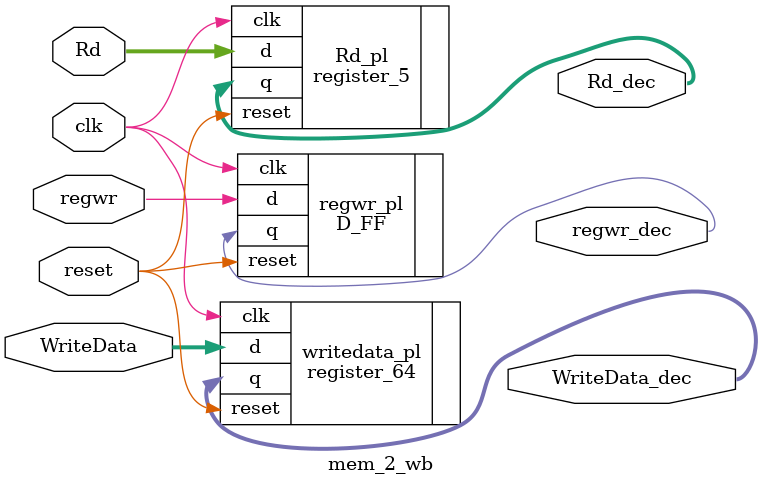
<source format=sv>
`timescale 1ns/10ps

    /* signals to latch:
    Rd, Rm, Rn
    imm16, imm12, imm9
    shamt
    aluop, reg2loc, regwr, alusrc, addi, byteop, setflags, setzeroflag, mov, memwr, mem2reg, movk;
    */


module if_2_rf(clk, reset, programcount, Rd, Rm, Rn, imm19, imm16, imm12, imm9, shamt, aluop, reg2loc, regwr, alusrc, addi, byteop, setflags, setzeroflag, mov, memwr, mem2reg, movk, cbz, blt, b, brtaken, branchtaken_countnext,
                programcount_dec, Rd_dec, Rm_dec, Rn_dec, imm19_dec, imm16_dec, imm12_dec, imm9_dec, shamt_dec, aluop_dec, reg2loc_dec, regwr_dec, alusrc_dec, addi_dec, byteop_dec, setflags_dec, setzeroflag_dec, mov_dec, memwr_dec, mem2reg_dec, movk_dec, cbz_dec, blt_dec, b_dec, brtaken_dec, branchtaken_countnext_dec);
      input logic clk, reset;

      input logic [63:0] programcount;
      input logic [63:0] branchtaken_countnext;
      input logic [4:0] Rd, Rm, Rn;
      input logic [18:0] imm19;
      input logic [15:0] imm16;
      input logic [11:0] imm12;
      input logic [8:0] imm9; 
      input logic [1:0] shamt; 
      input logic [2:0] aluop; 
      input logic reg2loc, regwr, alusrc, addi, byteop, setflags, setzeroflag, mov, memwr, mem2reg, movk, cbz, blt, b, brtaken;

      output logic [63:0] programcount_dec;
      output logic [63:0] branchtaken_countnext_dec;
      output logic [4:0] Rd_dec, Rm_dec, Rn_dec;
      output logic [18:0] imm19_dec;
      output logic [15:0] imm16_dec;
      output logic [11:0] imm12_dec;
      output logic [8:0] imm9_dec; 
      output logic [1:0] shamt_dec; 
      output logic [2:0] aluop_dec; 
      output logic reg2loc_dec, regwr_dec, alusrc_dec, addi_dec, byteop_dec, setflags_dec, setzeroflag_dec, mov_dec, memwr_dec, mem2reg_dec, movk_dec, cbz_dec, blt_dec, b_dec, brtaken_dec;

      register_64 programcount_pl (.q(programcount_dec), .d(programcount), .reset, .clk);
      register_64 brtaken_count_pl (.q(branchtaken_countnext_dec), .d(branchtaken_countnext), .reset, .clk);
      
      register_5 rd_pl (.q(Rd_dec), .d(Rd), .reset, .clk);
      register_5 rm_pl (.q(Rm_dec), .d(Rm), .reset, .clk);
      register_5 rn_pl (.q(Rn_dec), .d(Rn), .reset, .clk);

      register_19 imm19_pl (.q(imm19_dec), .d(imm19), .reset, .clk);

      register_16 imm16_pl (.q(imm16_dec), .d(imm16), .reset, .clk);

      register_12 imm12_pl (.q(imm12_dec), .d(imm12), .reset, .clk);

      register_9 imm9_pl (.q(imm9_dec), .d(imm9), .reset, .clk);

      register_2 shamt_pl (.q(shamt_dec), .d(shamt), .reset, .clk);

      register_3 aluop_pl (.q(aluop_dec), .d(aluop), .reset, .clk);

      D_FF reg2log_pl (.q(reg2loc_dec), .d(reg2loc), .reset, .clk);
      D_FF regwr_pl (.q(regwr_dec), .d(regwr), .reset, .clk);
      D_FF alusrc_pl (.q(alusrc_dec), .d(alusrc), .reset, .clk);
      D_FF addi_pl (.q(addi_dec), .d(addi), .reset, .clk);
      D_FF byteop_pl (.q(byteop_dec), .d(byteop), .reset, .clk);
      D_FF setflags_pl (.q(setflags_dec), .d(setflags), .reset, .clk);
      D_FF setzeroflag_pl (.q(setzeroflag_dec), .d(setzeroflag), .reset, .clk);
      D_FF mov_pl (.q(mov_dec), .d(mov), .reset, .clk);
      D_FF memwr_pl (.q(memwr_dec), .d(memwr), .reset, .clk);
      D_FF mem2reg_pl (.q(mem2reg_dec), .d(mem2reg), .reset, .clk);
      D_FF movk_pl (.q(movk_dec), .d(movk), .reset, .clk);
      D_FF cbz_pl (.q(cbz_dec), .d(cbz), .reset, .clk);
      D_FF brtaken_pl (.q(brtaken_dec), .d(brtaken), .reset, .clk);
      D_FF blt_pl (.q(blt_dec), .d(blt), .reset, .clk);
      D_FF b_pl (.q(b_dec), .d(b), .reset, .clk);
endmodule

    /* signals to latch:
    ReadData1, ReadData2
    Rd
    imm16, imm12, imm9
    shamt
    aluop, regwr, alusrc, addi, byteop, setflags, setzeroflag, mov, memwr, mem2reg, movk;
    */

module rf_2_exec (clk, reset, ReadData1, ReadData2, Rd, imm16, imm12, imm9, shamt, aluop, regwr, alusrc, addi, byteop, setflags, setzeroflag, mov, memwr, mem2reg, movk,
                  ReadData1_dec, ReadData2_dec, Rd_dec, imm16_dec, imm12_dec, imm9_dec, shamt_dec, aluop_dec, regwr_dec, alusrc_dec, addi_dec, byteop_dec, setflags_dec, setzeroflag_dec, mov_dec, memwr_dec, mem2reg_dec, movk_dec);

      input logic clk, reset;

      input logic [63:0] ReadData1, ReadData2;
      input logic [15:0] imm16;
      input logic [11:0] imm12;
      input logic [8:0] imm9; 
      input logic [4:0] Rd;
      input logic [1:0] shamt; 
      input logic [2:0] aluop; 
      input logic regwr, alusrc, addi, byteop, setflags, setzeroflag, mov, memwr, mem2reg, movk;

      output logic [63:0] ReadData1_dec, ReadData2_dec;
      output logic [15:0] imm16_dec;
      output logic [11:0] imm12_dec;
      output logic [8:0] imm9_dec; 
      output logic [4:0] Rd_dec;
      output logic [1:0] shamt_dec; 
      output logic [2:0] aluop_dec; 
      output logic regwr_dec, alusrc_dec, addi_dec, byteop_dec, setflags_dec, setzeroflag_dec, mov_dec, memwr_dec, mem2reg_dec, movk_dec;

      register_64 readdata1_pl (.q(ReadData1_dec), .d(ReadData1), .reset, .clk);

      register_64 readdata2_pl (.q(ReadData2_dec), .d(ReadData2), .reset, .clk);

      register_16 imm16_pl (.q(imm16_dec), .d(imm16), .reset, .clk);

      register_12 imm12_pl (.q(imm12_dec), .d(imm12), .reset, .clk);

      register_9 imm9_pl (.q(imm9_dec), .d(imm9), .reset, .clk);

      register_5 Rd_pl (.q(Rd_dec), .d(Rd), .reset, .clk);

      register_2 shamt_pl (.q(shamt_dec), .d(shamt), .reset, .clk);

      register_3 aluop_pl (.q(aluop_dec), .d(aluop), .reset, .clk);

      D_FF regwr_pl (.q(regwr_dec), .d(regwr), .reset, .clk);
      D_FF alusrc_pl (.q(alusrc_dec), .d(alusrc), .reset, .clk);
      D_FF addi_pl (.q(addi_dec), .d(addi), .reset, .clk);
      D_FF byteop_pl (.q(byteop_dec), .d(byteop), .reset, .clk);
      D_FF setflags_pl (.q(setflags_dec), .d(setflags), .reset, .clk);
      D_FF setzeroflag_pl (.q(setzeroflag_dec), .d(setzeroflag), .reset, .clk);
      D_FF mov_pl (.q(mov_dec), .d(mov), .reset, .clk);
      D_FF memwr_pl (.q(memwr_dec), .d(memwr), .reset, .clk);
      D_FF mem2reg_pl (.q(mem2reg_dec), .d(mem2reg), .reset, .clk);
      D_FF movk_pl (.q(movk_dec), .d(movk), .reset, .clk);
endmodule

    /* signals to latch:
    ReadData2
    alu_result
    imm16
    shamt
    Rd
    regwr, byteop, mov, memwr, mem2reg, movk;
    */
module exec_2_mem (clk, reset, ReadData2, Rd, alu_result, imm16, shamt, regwr, byteop, mov, memwr, mem2reg, movk,
                   ReadData2_dec, Rd_dec, alu_result_dec, imm16_dec, shamt_dec, regwr_dec, byteop_dec, mov_dec, memwr_dec, mem2reg_dec, movk_dec);

      input logic clk, reset;
      
      input logic [63:0] ReadData2;
      input logic [63:0] alu_result;
      input logic [15:0] imm16;
      input logic [4:0] Rd; 
      input logic [1:0] shamt; 
      input logic regwr, byteop, mov, memwr, mem2reg, movk;

      output logic [63:0] ReadData2_dec;
      output logic [63:0] alu_result_dec;
      output logic [15:0] imm16_dec;
      output logic [4:0] Rd_dec;
      output logic [1:0] shamt_dec; 
      output logic regwr_dec, byteop_dec, mov_dec, memwr_dec, mem2reg_dec, movk_dec;

      register_64 readdata2_pl (.q(ReadData2_dec), .d(ReadData2), .reset, .clk);
      register_64 aluresult_pl (.q(alu_result_dec), .d(alu_result), .reset, .clk);

      register_16 imm16_pl (.q(imm16_dec), .d(imm16), .reset, .clk);

      register_5 Rd_pl (.q(Rd_dec), .d(Rd), .reset, .clk);

      register_2 shamt_pl (.q(shamt_dec), .d(shamt), .reset, .clk);

      D_FF regwr_pl (.q(regwr_dec), .d(regwr), .reset, .clk);
      D_FF byteop_pl (.q(byteop_dec), .d(byteop), .reset, .clk);
      D_FF mov_pl (.q(mov_dec), .d(mov), .reset, .clk);
      D_FF memwr_pl (.q(memwr_dec), .d(memwr), .reset, .clk);
      D_FF mem2reg_pl (.q(mem2reg_dec), .d(mem2reg), .reset, .clk);
      D_FF movk_pl (.q(movk_dec), .d(movk), .reset, .clk);
endmodule

    /* signals to latch:
    mov_out
    mov
    ldurbyte_mux_out
    regwr
    */ 

module mem_2_wb (clk, reset, Rd, regwr, WriteData, Rd_dec, regwr_dec, WriteData_dec);

      input logic clk, reset;

      input logic regwr;
      input logic [63:0] WriteData ;
      input logic [4:0] Rd;

      output logic regwr_dec;
      output logic [63:0] WriteData_dec;
      output logic [4:0] Rd_dec;

      register_64 writedata_pl(.q(WriteData_dec), .d(WriteData), .reset, .clk);

      register_5 Rd_pl (.q(Rd_dec), .d(Rd), .reset, .clk);

      D_FF regwr_pl (.q(regwr_dec), .d(regwr), .reset, .clk);
endmodule
</source>
